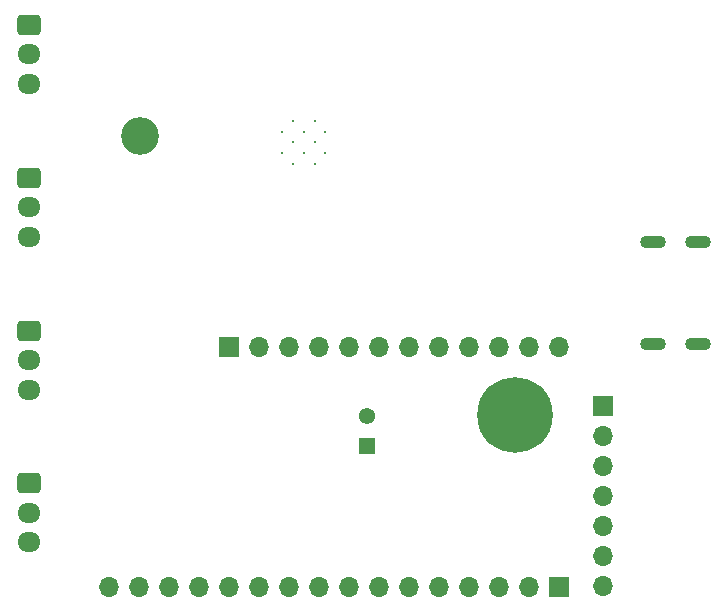
<source format=gbr>
%TF.GenerationSoftware,KiCad,Pcbnew,(6.0.0-0)*%
%TF.CreationDate,2022-01-22T21:55:44+01:00*%
%TF.ProjectId,GlowCore,476c6f77-436f-4726-952e-6b696361645f,rev?*%
%TF.SameCoordinates,Original*%
%TF.FileFunction,Soldermask,Bot*%
%TF.FilePolarity,Negative*%
%FSLAX46Y46*%
G04 Gerber Fmt 4.6, Leading zero omitted, Abs format (unit mm)*
G04 Created by KiCad (PCBNEW (6.0.0-0)) date 2022-01-22 21:55:44*
%MOMM*%
%LPD*%
G01*
G04 APERTURE LIST*
G04 Aperture macros list*
%AMRoundRect*
0 Rectangle with rounded corners*
0 $1 Rounding radius*
0 $2 $3 $4 $5 $6 $7 $8 $9 X,Y pos of 4 corners*
0 Add a 4 corners polygon primitive as box body*
4,1,4,$2,$3,$4,$5,$6,$7,$8,$9,$2,$3,0*
0 Add four circle primitives for the rounded corners*
1,1,$1+$1,$2,$3*
1,1,$1+$1,$4,$5*
1,1,$1+$1,$6,$7*
1,1,$1+$1,$8,$9*
0 Add four rect primitives between the rounded corners*
20,1,$1+$1,$2,$3,$4,$5,0*
20,1,$1+$1,$4,$5,$6,$7,0*
20,1,$1+$1,$6,$7,$8,$9,0*
20,1,$1+$1,$8,$9,$2,$3,0*%
G04 Aperture macros list end*
%ADD10C,0.300000*%
%ADD11O,2.200000X1.100000*%
%ADD12RoundRect,0.250000X-0.725000X0.600000X-0.725000X-0.600000X0.725000X-0.600000X0.725000X0.600000X0*%
%ADD13O,1.950000X1.700000*%
%ADD14R,1.700000X1.700000*%
%ADD15O,1.700000X1.700000*%
%ADD16C,6.400000*%
%ADD17R,1.378000X1.378000*%
%ADD18C,1.378000*%
%ADD19C,3.200000*%
G04 APERTURE END LIST*
D10*
%TO.C,U7*%
X148017400Y-99156800D03*
X146182400Y-99156800D03*
X148934900Y-98239300D03*
X147099900Y-98239300D03*
X145264900Y-98239300D03*
X148017400Y-97321800D03*
X146182400Y-97321800D03*
X148934900Y-96404300D03*
X147099900Y-96404300D03*
X145264900Y-96404300D03*
X148017400Y-95486800D03*
X146182400Y-95486800D03*
%TD*%
D11*
%TO.C,J2*%
X180467000Y-114429000D03*
X180467000Y-105789000D03*
X176667000Y-114429000D03*
X176667000Y-105789000D03*
%TD*%
D12*
%TO.C,LED3*%
X123825000Y-100330000D03*
D13*
X123825000Y-102830000D03*
X123825000Y-105330000D03*
%TD*%
D14*
%TO.C,JP2*%
X168710000Y-135001000D03*
D15*
X166170000Y-135001000D03*
X163630000Y-135001000D03*
X161090000Y-135001000D03*
X158550000Y-135001000D03*
X156010000Y-135001000D03*
X153470000Y-135001000D03*
X150930000Y-135001000D03*
X148390000Y-135001000D03*
X145850000Y-135001000D03*
X143310000Y-135001000D03*
X140770000Y-135001000D03*
X138230000Y-135001000D03*
X135690000Y-135001000D03*
X133150000Y-135001000D03*
X130610000Y-135001000D03*
%TD*%
D12*
%TO.C,LED1*%
X123825000Y-126198000D03*
D13*
X123825000Y-128698000D03*
X123825000Y-131198000D03*
%TD*%
D12*
%TO.C,LED4*%
X123825000Y-87376000D03*
D13*
X123825000Y-89876000D03*
X123825000Y-92376000D03*
%TD*%
D16*
%TO.C,H2*%
X164973000Y-120396000D03*
%TD*%
D12*
%TO.C,LED2*%
X123825000Y-113284000D03*
D13*
X123825000Y-115784000D03*
X123825000Y-118284000D03*
%TD*%
D14*
%TO.C,JP1*%
X140770000Y-114681000D03*
D15*
X143310000Y-114681000D03*
X145850000Y-114681000D03*
X148390000Y-114681000D03*
X150930000Y-114681000D03*
X153470000Y-114681000D03*
X156010000Y-114681000D03*
X158550000Y-114681000D03*
X161090000Y-114681000D03*
X163630000Y-114681000D03*
X166170000Y-114681000D03*
X168710000Y-114681000D03*
%TD*%
D14*
%TO.C,J1*%
X172466000Y-119634000D03*
D15*
X172466000Y-122174000D03*
X172466000Y-124714000D03*
X172466000Y-127254000D03*
X172466000Y-129794000D03*
X172466000Y-132334000D03*
X172466000Y-134874000D03*
%TD*%
D17*
%TO.C,MK1*%
X152465000Y-123063000D03*
D18*
X152465000Y-120523000D03*
%TD*%
D19*
%TO.C,H1*%
X133223000Y-96774000D03*
%TD*%
M02*

</source>
